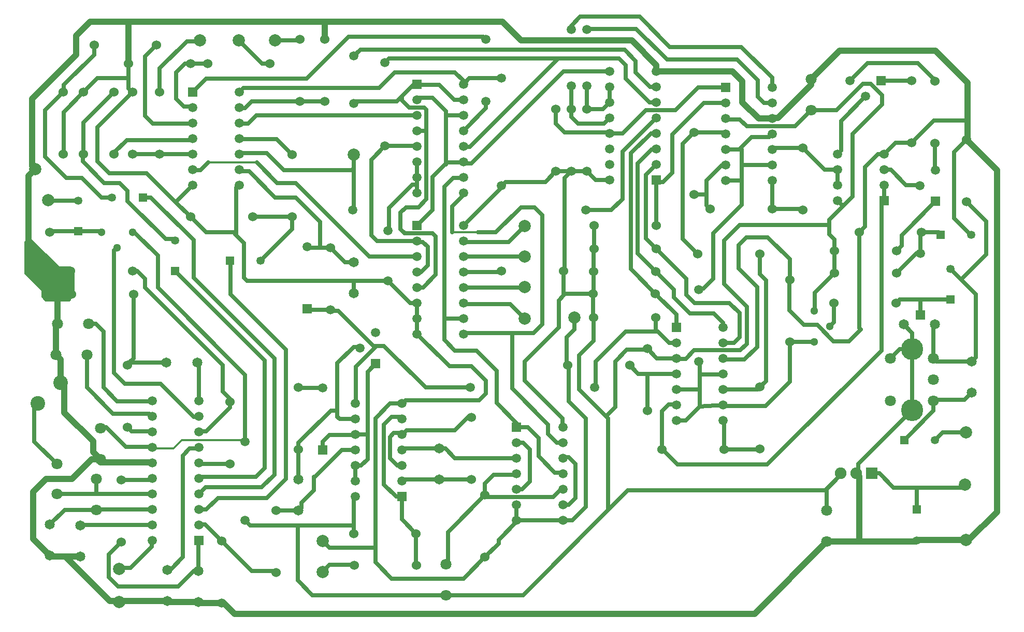
<source format=gbr>
G04 DipTrace 3.3.1.1*
G04 Bottom.gbr*
%MOMM*%
G04 #@! TF.FileFunction,Copper,L2,Bot*
G04 #@! TF.Part,Single*
G04 #@! TA.AperFunction,Conductor*
%ADD13C,0.66*%
%ADD14C,1.0*%
%ADD15C,0.33*%
G04 #@! TA.AperFunction,CopperBalancing*
%ADD16C,0.635*%
G04 #@! TA.AperFunction,ComponentPad*
%ADD22C,2.0*%
%ADD23R,1.35X1.35*%
%ADD24C,1.35*%
%ADD25C,1.8*%
%ADD26C,1.65*%
%ADD27C,2.4*%
%ADD28R,1.5X1.5*%
%ADD29C,1.5*%
%ADD30C,1.8*%
%ADD31C,3.6*%
%ADD32C,1.5*%
%ADD33C,1.3*%
%ADD34C,1.524*%
%ADD35C,1.524*%
%ADD36R,1.9X1.9*%
%ADD37C,1.9*%
%FSLAX35Y35*%
G04*
G71*
G90*
G75*
G01*
G04 Bottom*
%LPD*%
X16673597Y3282180D2*
D13*
X16628837Y3237420D1*
X15803900D1*
X15506410D1*
X15271720Y3472110D1*
X15147307D1*
X15880150Y2880920D2*
Y3237420D1*
X15803900D1*
X1931333Y8693530D2*
X1936627Y8698823D1*
Y9381970D1*
X2264187Y9709530D1*
X2492283Y9937627D1*
X3000250D1*
Y10175750D1*
X3063750Y9709530D2*
X3000250Y9773030D1*
Y9937627D1*
X7711137Y8569523D2*
Y8315523D1*
Y8061523D2*
Y8193427D1*
Y8315523D1*
X7238877Y7445250D2*
X7254750Y7461123D1*
Y7810373D1*
X7637803Y8193427D1*
X7711137D1*
X7715807Y6258860D2*
Y6004860D1*
Y5750860D2*
Y6004860D1*
X7238877Y6619750D2*
X7599767Y6258860D1*
X7715807D1*
X7238877Y6619750D2*
X6699123D1*
X6683250Y6603877D1*
Y6413377D1*
X4805440Y8184637D2*
X4762377Y8141573D1*
Y7365877D1*
X4889377Y7238877D1*
Y6667373D1*
X4937000Y6619750D1*
X6699123D1*
X4012950Y7666380D2*
X4265830Y7413500D1*
X4714753D1*
X4762377Y7365877D1*
X4043440Y8184637D2*
X3769067Y7910263D1*
X4012950Y7666380D1*
X3063750Y9709530D2*
X2492250Y9138030D1*
Y8572377D1*
X2682750Y8381877D1*
X3297453D1*
X3769067Y7910263D1*
X6175250Y2365253D2*
X6286377Y2254127D1*
X7032500D1*
Y4365500D1*
X7277163Y4610163D1*
X7468837D1*
X10286877Y6016500D2*
Y5826000D1*
X10159877Y5699000D1*
Y5222753D1*
X10175750Y5238627D1*
X10191627Y5222750D1*
Y4651250D1*
X10477377Y4365500D1*
Y2920877D1*
X10255260Y2698760D1*
X10102737D1*
X9340737D1*
Y2952760D2*
Y2698760D1*
X8826377Y2095377D2*
X9048627Y2317627D1*
Y2381127D1*
X9340737Y2673237D1*
Y2698760D1*
X7468837Y4610163D2*
X7525800Y4667127D1*
X8731127D1*
X8842250Y4778250D1*
Y4984627D1*
X8604127Y5222750D1*
X8243917D1*
X7715807Y5750860D1*
X8826377Y2095377D2*
X8477127Y1746127D1*
X7302373D1*
X7032500Y2016000D1*
Y2254127D1*
X12713317Y5353723D2*
X12736380Y5330660D1*
X13068157D1*
X13276477Y5538980D1*
Y6519047D1*
X12968730Y6826793D1*
Y7200827D1*
X13101297Y7333393D1*
X13446923D1*
X13806103Y6974213D1*
Y6640650D1*
X13803417Y6637963D1*
Y6138080D1*
X14039103Y5902393D1*
X14253993D1*
X14524337Y5632050D1*
X14773887D1*
X14967980Y5826143D1*
X14942707Y5851417D1*
Y7413500D1*
X15037300Y7508093D1*
Y8481070D1*
X15247003Y8690773D1*
X15349850D1*
X16696593Y8931893D2*
X16494220Y8729520D1*
Y7646753D1*
X16763223Y7377750D1*
X16775750D1*
X15795500Y8878643D2*
X16159777Y9242920D1*
X16669520D1*
X16696593Y9215847D1*
Y8931893D1*
X15349850Y8690773D2*
X15537720Y8878643D1*
X15795500D1*
X14893307Y3472110D2*
X14927793Y3506597D1*
Y3622413D1*
X15805270Y4499890D1*
Y5503330D1*
X15455270Y5353330D2*
X15605270Y5503330D1*
X15805270D1*
X15668500Y5905377D2*
X15805270Y5768607D1*
Y5503330D1*
X11626363Y10050967D2*
D14*
X11628350Y10052953D1*
X12867207D1*
X13033283Y9886877D1*
Y9545503D1*
X13299990Y9278797D1*
X13517847D1*
X13526213Y9287163D1*
X13614547D1*
X14160377Y9832993D1*
Y9921750D1*
X14623730Y10385103D1*
X16188713D1*
X16714617Y9859200D1*
Y8949917D1*
X16696593Y8931893D1*
X17192823Y8435663D1*
Y2834930D1*
X16734140Y2376247D1*
X16687120D1*
X15880150Y2370920D2*
X15885477Y2376247D1*
X16687120D1*
X15880150Y2370920D2*
X15858607Y2349377D1*
X14945020D1*
X14414377D1*
X14893307Y3472110D2*
X14945020Y3420397D1*
Y2349377D1*
X14414377D2*
X13233220Y1168220D1*
X4736240D1*
X4555207Y1349253D1*
X4524250D1*
X4143250Y1365127D2*
X4159123Y1349253D1*
X4524250D1*
X3635250Y1381000D2*
X3651123Y1365127D1*
X4143250D1*
X2841500D2*
X2857373Y1381000D1*
X3635250D1*
X2841500Y1365127D2*
X2828890Y1377737D1*
X2696693D1*
X1963180Y2111250D1*
X2206500D1*
X1714377Y2127127D2*
X1730253Y2111250D1*
X2206500D1*
X1714377Y2127127D2*
X1442117Y2399387D1*
Y3164443D1*
X1653413Y3375740D1*
X2072093D1*
X2395103Y3698750D1*
X2539877D1*
X3385887Y3636133D2*
X3369680Y3652340D1*
X2539877D1*
Y3698750D1*
X2419237Y3819390D1*
Y3996073D1*
X1950510Y4464800D1*
Y4891363D1*
X1889000Y4952873D1*
X1809627Y5413250D2*
X1889000Y5333877D1*
Y4952873D1*
X1841377Y5921250D2*
X1809627Y5889500D1*
Y5413250D1*
X1841377Y5921250D2*
Y6397500D1*
X2063627D1*
X1714377D2*
X2063627D1*
X2047750Y6778500D2*
X2063627Y6762623D1*
Y6397500D1*
X2047750Y6778500D2*
X2023033Y6803217D1*
X1846350D1*
X1367210Y7282357D1*
Y8336337D1*
X1476250Y8445377D1*
X1419290Y8502337D1*
Y9599943D1*
X2143210Y10323863D1*
Y10635003D1*
X2370593Y10862387D1*
X3000250D1*
X6203273D1*
Y10572330D1*
Y10862387D2*
X9108367D1*
X9414927Y10555827D1*
X11224160D1*
X11626363Y10153623D1*
Y10050967D1*
X3000250Y10175750D2*
Y10862387D1*
X2539877Y4206750D2*
D13*
X2555753Y4222627D1*
X2635127D1*
X2952627Y3905127D1*
X3370890D1*
X3385887Y3890130D1*
X6706837Y3086163D2*
X6681667Y3060993D1*
Y2619250D1*
Y2481620D1*
X4905250Y2698627D2*
X4984627Y2619250D1*
X5762500D1*
X6681667D1*
X8191377Y1476250D2*
X6000627D1*
X5762500Y1714377D1*
Y2619250D1*
X8191377Y1476250D2*
X9445500D1*
X10837673Y2868423D1*
X11160000Y3190750D1*
X14382623D1*
X14639307Y3447433D1*
Y3472110D1*
X14414377Y2857377D2*
Y3210800D1*
X14639307Y3447433D1*
X4905250Y3984500D2*
Y5079877D1*
X3476500Y6508627D1*
Y7032500D1*
X3089413Y7419587D1*
X3066233D1*
X3385887Y3890130D2*
D15*
X3402640Y3873377D1*
X3730503D1*
X3873377Y4016250D1*
X4873500D1*
X4905250Y3984500D1*
X4805440Y9708637D2*
D13*
X4875680Y9778877D1*
X7096000D1*
X7350000Y10032877D1*
X8334250D1*
X8473137Y9893990D1*
Y9839523D1*
X9096250Y9937627D2*
X8571240D1*
X8473137Y9839523D1*
X8477807Y7528860D2*
X9096250Y8147303D1*
Y8175503D1*
X9159747Y8239000D1*
X9810327D1*
X9983197Y8411870D1*
X9984093Y8412767D1*
X10232737D1*
X10489730Y8412630D2*
X10489593Y8412767D1*
X10232737D1*
X10489730Y8412630D2*
X10631610Y8270750D1*
X10862147D1*
X10864363Y8272967D1*
X10605443Y7524263D2*
X10609407Y7520300D1*
Y7147667D1*
X10598230Y7136490D1*
Y6775267D1*
X10595637Y6411663D2*
X10598230Y6414257D1*
Y6775267D1*
X10600400Y6017410D2*
X10595637Y6022173D1*
Y6411663D1*
X10112250Y6778500D2*
Y6411663D1*
X10595637D1*
X10112250Y6778500D2*
X10128127Y6794377D1*
Y8308157D1*
X10232737Y8412767D1*
X10102737Y4222760D2*
X10096377Y4229120D1*
Y4365500D1*
X9477250Y4984627D1*
Y5302123D1*
X10032877Y5857750D1*
Y6300977D1*
X10112250Y6380350D1*
Y6411663D1*
X10600400Y6017410D2*
X10604377Y6013433D1*
Y5635503D1*
X10366250Y5397377D1*
Y4841750D1*
X10801687Y4406313D1*
X10837673Y4370327D1*
Y2868423D1*
X11477500Y5508500D2*
X11461627Y5492627D1*
X11144127D1*
X10953627Y5302127D1*
Y4558253D1*
X10801687Y4406313D1*
X11477500Y5508500D2*
X11632277Y5353723D1*
X11951317D1*
X14204383Y6132690D2*
X14217817Y6146123D1*
Y6423190D1*
X14541377Y6746750D1*
Y7111877D2*
Y6746750D1*
X14160377Y9413750D2*
X14162193Y9415567D1*
X14572463D1*
X15007283Y9850387D1*
X15127017D1*
X15316070Y9661333D1*
Y9510093D1*
X14830833Y9024857D1*
Y7997670D1*
X14697157Y7863993D1*
X14452837Y7619673D1*
Y7537490D1*
Y7386293D1*
X14541377Y7297753D1*
Y7111877D1*
X14587850Y7928773D2*
X14652630Y7863993D1*
X14697157D1*
X12755847Y9278797D2*
X12770007Y9264637D1*
X12990173D1*
X13104750Y9150060D1*
X13896687D1*
X14160377Y9413750D1*
X11951317Y5353723D2*
X11960157Y5344883D1*
X12106880D1*
X12245050Y5483053D1*
X12997643D1*
X13106417Y5591827D1*
Y6200367D1*
X12733060Y6573723D1*
Y7282220D1*
X12988330Y7537490D1*
X14452837D1*
X16176500Y4016250D2*
X16303500Y4143250D1*
X16684500D1*
X4659250Y6953127D2*
X4667127Y6945250D1*
Y6397500D1*
X5572000Y5492627D1*
Y3381250D1*
X5254500Y3063750D1*
X4460750D1*
X4271130Y2874130D1*
X4147887D1*
X16155270Y4653330D2*
X16177307Y4675367D1*
X16660990D1*
X16779750Y4794127D1*
X15676500Y4016250D2*
X16155270Y4495020D1*
Y4653330D1*
Y5353330D2*
X16206473Y5302127D1*
X16779750D1*
X16696593Y7915893D2*
X17015400Y7597087D1*
Y7050543D1*
X16622410Y6657553D1*
X16591073D1*
X16430500Y6818127D1*
X16779750Y5302127D2*
X16846960Y5369337D1*
Y6401667D1*
X16591073Y6657553D1*
X16176500Y5905377D2*
X16155270Y5884147D1*
Y5353330D1*
X5921283Y6166310D2*
X5944093Y6143500D1*
X6302250D1*
X6318123Y6127627D1*
X6429250D1*
X7000750Y5556127D1*
X7052370D1*
X7175373D1*
X7858000Y4873500D1*
X8588250D1*
X6706837Y4610163D2*
X6715000Y4618327D1*
Y5218757D1*
X7052370Y5556127D1*
X10620250Y4873500D2*
X10636127Y4889377D1*
Y5302127D1*
X11128250Y5794250D1*
X11616400D1*
X11652127D1*
X11838653Y5607723D1*
X11951317D1*
X11616400Y6017410D2*
Y5794250D1*
X15541500Y6254627D2*
X15605000Y6318127D1*
X15939373D1*
X16430500D1*
X15939373Y6057627D2*
Y6318127D1*
X15557377Y6746750D2*
X15878253Y7067627D1*
X15939373D1*
X15958707Y7413500D2*
X15939373Y7394167D1*
Y7067627D1*
X16275750Y7377750D2*
X16240000Y7413500D1*
X15958707D1*
X14525500Y6254627D2*
Y5946207D1*
X14457983Y5878690D1*
X12318877Y5302127D2*
X12334510Y5286493D1*
Y5090463D1*
Y4845723D1*
Y4564923D1*
X12107310Y4337723D1*
X11951317D1*
Y4845723D2*
X12334510D1*
X12713317Y5099723D2*
X12704057Y5090463D1*
X12334510D1*
X12713317Y4591723D2*
X12334510Y4564923D1*
X12713317Y4591723D2*
X12730647Y4574393D1*
X13409263D1*
X13806103Y4971233D1*
Y5624650D1*
X12318877Y6476877D2*
X12335413Y6493413D1*
X12397643D1*
X12558053Y6653823D1*
Y7398573D1*
X13022093Y7862613D1*
Y8265057D1*
Y8516797D1*
Y8770797D1*
X12978703D1*
X12755847D1*
Y8262797D2*
X12758107Y8265057D1*
X13022093D1*
X13517847Y9024797D2*
X13469273Y8976223D1*
X13184130D1*
X12978703Y8770797D1*
X13517847Y8516797D2*
X13022093D1*
X13806103Y5624650D2*
Y5624690D1*
X14204383D1*
X11191750Y5238627D2*
X11330653Y5099723D1*
X11477500D1*
X11951317D1*
X11477500Y4492500D2*
Y5099723D1*
X15557377Y7111877D2*
X15638170Y7192670D1*
Y7367293D1*
X16192377Y7921500D1*
Y8429500D2*
X16176500Y8445377D1*
Y8874000D1*
X14795377Y9894583D2*
X15082527Y10181733D1*
X15902430D1*
X16176500Y9907663D1*
Y9890000D1*
X15938377Y8175500D2*
X15922767Y8191110D1*
X15709977D1*
X15464313Y8436773D1*
X15349850D1*
Y8182773D2*
Y7928773D1*
X15304017Y7882940D1*
Y5478550D1*
X13440287Y3614820D1*
X11973287D1*
X11730607Y3857500D1*
X11715627D1*
X11951317Y4591723D2*
X11950223Y4592817D1*
X11825667D1*
X11715627Y4482777D1*
Y3857500D1*
X15795500Y9894643D2*
Y9894583D1*
X15303377D1*
X15049377Y9640583D2*
X14649093Y9240300D1*
Y8752017D1*
X14587850Y8690773D1*
X12713317Y4337723D2*
X12731627Y4319413D1*
Y3857500D1*
X13318517Y3865360D2*
X13310657Y3857500D1*
X12731627D1*
X12713317Y4845723D2*
X12714777Y4844263D1*
X13281420D1*
X13318517Y4881360D1*
X13418733Y4981577D1*
Y6629207D1*
X13319000Y6728940D1*
Y7064250D1*
X12755847Y9024797D2*
X12732017Y9048627D1*
X12239500D1*
X12058600Y8867727D1*
Y7308650D1*
X12303000Y7064250D1*
X12755847Y8516797D2*
X12744997Y8505947D1*
X12688777D1*
X12449310Y8266480D1*
Y8032627D1*
Y7854567D1*
X12509377Y7794500D1*
X12239500Y8032627D2*
X12449310D1*
X13517847Y8262797D2*
X13525377Y8255267D1*
Y7794500D1*
X14017500Y7778627D2*
X14001627Y7794500D1*
X13525377D1*
X13517847Y8770797D2*
X13541677Y8794627D1*
X14017500D1*
X14375353Y8436773D1*
X14587850D1*
Y8182773D1*
X11611637Y6411663D2*
X11951317Y6071983D1*
Y5861723D1*
X11611637Y6411663D2*
X11210880Y6812420D1*
Y8708350D1*
X11537497Y9034967D1*
X11626363D1*
Y8780967D2*
X11620210Y8774813D1*
X11551667D1*
X11316783Y8539930D1*
Y7072713D1*
X11614230Y6775267D1*
X11913660Y6475837D1*
Y6350747D1*
X12178333Y6086073D1*
X12562740D1*
X12713317Y5935497D1*
Y5861723D1*
X11626363Y8526967D2*
X11454277Y8354880D1*
Y7318797D1*
X11625407Y7147667D1*
X12119840Y6653233D1*
Y6390337D1*
X12253953Y6256223D1*
X12821110D1*
X12984957Y6092377D1*
Y5701667D1*
X12891013Y5607723D1*
X12713317D1*
X11626363Y8272967D2*
X11621443Y8268047D1*
Y7524263D1*
X11626363Y8272967D2*
X11664360Y8234970D1*
X11737210D1*
X11888453Y8386213D1*
Y9016390D1*
X12404860Y9532797D1*
X12755847D1*
X10864363Y9034967D2*
X10850703Y9048627D1*
X10128123D1*
X9983197Y9193553D1*
Y9427870D1*
X10864363Y9034967D2*
X10866207Y9036810D1*
X11072900D1*
X11452403Y9416313D1*
X11938807D1*
X12309290Y9786797D1*
X12755847D1*
X10232737Y9428767D2*
X10239250Y9422253D1*
Y9302627D1*
X10350377Y9191500D1*
X10766897D1*
X10864363Y9288967D1*
X10232347Y9810627D2*
X10232737Y9810237D1*
Y9428767D1*
X13517847Y9786797D2*
Y9947253D1*
X13013603Y10451497D1*
X11842110D1*
X11349940Y10943667D1*
X10379473D1*
X10232347Y10796540D1*
Y10731377D1*
X10489730Y9810627D2*
Y9428630D1*
X10864363Y9542967D2*
X10750027Y9428630D1*
X10489730D1*
X10864363Y9796967D2*
Y9542967D1*
X10489730Y10731377D2*
X10500103Y10741750D1*
X11298750D1*
X11798560Y10241940D1*
X12946773D1*
X13284480Y9904233D1*
Y9634067D1*
X13385750Y9532797D1*
X13517847D1*
X6683250Y10302750D2*
X6787720Y10407220D1*
X11105250D1*
X11289777Y10222693D1*
Y10028937D1*
X11521747Y9796967D1*
X11626363D1*
X7711137Y9839523D2*
X7724160Y9826500D1*
X8080250D1*
X8321227Y9585523D1*
X8473137D1*
X6683250Y9524877D2*
X6715000Y9556627D1*
X7381753D1*
X7470563Y9645437D1*
X7664650Y9839523D1*
X7711137D1*
X7470563Y9645437D2*
Y9572553D1*
X7584393Y9458723D1*
X7829840D1*
X7868967Y9419597D1*
Y9077523D1*
Y7957593D1*
X7737547Y7826173D1*
X7534783D1*
X7445663Y7737053D1*
Y7463150D1*
X7491907Y7416907D1*
X7499020D1*
X7513250Y7402677D1*
X7965013D1*
X8021927Y7345763D1*
Y6719700D1*
X7815087Y6512860D1*
X7715807D1*
X7711137Y9077523D2*
X7868967D1*
X7715807Y7528860D2*
X7969127Y7782180D1*
Y8318377D1*
X8207250Y8556500D1*
X8460113D1*
X8473137Y8569523D1*
X7711137Y9585523D2*
X7745740Y9620127D1*
X7969127D1*
X8191377Y9397877D1*
Y9331523D1*
Y8522083D1*
X8207250Y8556500D1*
X8473137Y8569523D2*
X8499727Y8542933D1*
X8600980D1*
X10109013Y10050967D1*
X10864363D1*
X8473137Y9331523D2*
X8191377D1*
X7711137Y8823523D2*
X7708283Y8826377D1*
X7191250D1*
X6968997Y8604123D1*
Y7365873D1*
X7060010Y7274860D1*
X7715807D1*
X7735917Y7254750D1*
X7810377D1*
X7889750Y7175377D1*
Y6873750D1*
X7782860Y6766860D1*
X7715807D1*
X8473137Y8823523D2*
X8486160Y8810500D1*
X8573303D1*
X10021847Y10259043D1*
X11018297D1*
X11129013Y10148327D1*
Y9926893D1*
X11512940Y9542967D1*
X11626363D1*
X7191250Y10191627D2*
X7258667Y10259043D1*
X10021847D1*
X8473137Y8315523D2*
X8460113Y8302500D1*
X8302500D1*
X8159627Y8159627D1*
Y6004860D1*
Y5651373D1*
X8334250Y5476750D1*
X8683503D1*
X9016877Y5143377D1*
Y4619500D1*
X9340737Y4295640D1*
Y4222760D1*
X10102737Y3460760D2*
X10086997Y3476500D1*
X9969377D1*
X9699500Y3746377D1*
Y4048000D1*
X9524740Y4222760D1*
X9340737D1*
X8477807Y6004860D2*
X8159627D1*
X8477807Y5750860D2*
X8489447Y5762500D1*
X9270877D1*
X9620123D1*
X9763000Y5905377D1*
Y7699250D1*
X9636000Y7826250D1*
X9413750D1*
X9001000Y7413500D1*
X8711253D1*
D15*
X8286627D1*
D13*
Y7842127D1*
X8473137Y8028637D1*
Y8061523D1*
X10102737Y3968760D2*
X10000990D1*
X9858250Y4111500D1*
Y4270253D1*
X9270877Y4857627D1*
Y5762500D1*
X9476357Y6521510D2*
X9467707Y6512860D1*
X8477807D1*
Y6258860D2*
X8497917Y6238750D1*
X9238747D1*
X9476357Y6001140D1*
Y7520723D2*
X9210383Y7254750D1*
X8497917D1*
X8477807Y7274860D1*
Y7020860D2*
X8479973Y7018693D1*
X9476357D1*
X9096250Y6778500D2*
X9084610Y6766860D1*
X8477807D1*
X6785470Y5521707D2*
X6766927Y5540250D1*
X6683250D1*
X6413377Y5270377D1*
Y4498880D1*
Y4397250D1*
X6454463Y4356163D1*
X6706837D1*
X5778377Y3857500D2*
Y3968627D1*
X6308630Y4498880D1*
X6413377D1*
X5778377Y3857500D2*
Y3365377D1*
Y4873500D2*
X5786343Y4865533D1*
X6175677D1*
X6706837Y4102163D2*
X6700300Y4095627D1*
X6286377D1*
X6175677Y3984927D1*
Y3855533D1*
X7039470Y5267707D2*
X6905500Y5133737D1*
Y4102163D1*
Y3698750D1*
X6800913Y3594163D1*
X6706837D1*
Y3340163D2*
Y3594163D1*
Y4102163D2*
X6905500D1*
X5411823Y2865340D2*
X5419787Y2857377D1*
X5778377D1*
X5826000Y2905000D1*
Y2984373D1*
X6032377Y3190750D1*
Y3413000D1*
X6048250D1*
X6483413Y3848163D1*
X6706837D1*
X5921283Y7176310D2*
X5938093Y7159500D1*
X6127627D1*
X6302250D1*
X6540373Y6921377D1*
X6683250D1*
X4805440Y8438637D2*
X4830450Y8413627D1*
X4968750D1*
X5397377Y7985000D1*
X5730753D1*
X6127627Y7588127D1*
Y7159500D1*
X4805440Y8692637D2*
X4828053Y8715250D1*
X5254500D1*
X5540250Y8429500D1*
X6643793D1*
X6667377Y8453083D1*
X6683250Y8468957D1*
Y8683500D1*
X6667377Y7778627D2*
X6683250D1*
Y8453083D1*
X6667377D1*
X11626363Y9288967D2*
X11074383Y8736987D1*
Y7959557D1*
X10891823Y7776997D1*
X10474290D1*
X10469457Y7781830D1*
X7702597Y1963723D2*
X7697667Y1968653D1*
Y2481620D1*
X7464787Y2714500D1*
Y3082113D1*
X7468837Y3086163D1*
Y4356163D2*
X7427750Y4397250D1*
X7302377D1*
X7175377Y4270250D1*
Y3286000D1*
X7375213Y3086163D1*
X7468837D1*
X6175250Y1857250D2*
X6286377Y1968377D1*
X6681943D1*
X6686597Y1963723D1*
X7468837Y3340163D2*
X7494050Y3365377D1*
X8080250D1*
X8604127D2*
X8080250D1*
X7468837Y4102163D2*
X7541673Y4175000D1*
X8334250D1*
X8540627Y4381377D1*
X8604127D1*
X7468837Y4102163D2*
X7443623Y4127377D1*
X7334127D1*
X7270627Y4063877D1*
Y3714623D1*
X7391087Y3594163D1*
X7468837D1*
Y3848163D2*
X7494050Y3873377D1*
X8080250D1*
X8175497D1*
X8334113Y3714760D1*
X9340737D1*
Y3968760D2*
X9340870Y3968627D1*
X9445500D1*
X9556627Y3857500D1*
Y3333627D1*
X9429760Y3206760D1*
X9340737D1*
X10102737Y3714760D2*
X10118477Y3730500D1*
X10191627D1*
X10302750Y3619377D1*
Y3063750D1*
X10191760Y2952760D1*
X10102737D1*
X8191377Y1984250D2*
X8223127Y2016000D1*
Y2508127D1*
X8826377Y3111377D1*
X9340737Y3460760D2*
X9324727Y3444750D1*
X8969250D1*
X8826377Y3301877D1*
Y3111377D1*
X10102737Y3206760D2*
X10086727Y3190750D1*
X10048750D1*
X9937627Y3079627D1*
X8826377D1*
Y3111377D1*
X3508250Y9709530D2*
Y10096377D1*
X3952750Y10540877D1*
X4144843D1*
X4161677Y10557710D1*
X4798520D2*
X5178360Y10177870D1*
X5306017D1*
X5799977Y10572330D2*
X5785357Y10557710D1*
X5395943D1*
X4805440Y9454637D2*
X4814577Y9445500D1*
X4905250D1*
X5016080Y9556330D1*
X5799977D1*
X6203273D1*
X4290017Y10177870D2*
X4287897Y10175750D1*
X4016250D1*
X3921000D1*
X3778127Y10032877D1*
Y9604247D1*
X3905123Y9477250D1*
X4020827D1*
X4043440Y9454637D1*
Y8692637D2*
X4042547Y8693530D1*
X3508250D1*
X3063750D2*
X3508250D1*
X4043440Y8946637D2*
X4018430Y8921627D1*
X2968500D1*
X2762967Y8716093D1*
Y8693530D1*
X4043440Y9200637D2*
X4034303Y9191500D1*
X3397127D1*
X3270127Y9318500D1*
Y10298257D1*
X3450483Y10478613D1*
X4805440Y8946637D2*
X4814577Y8937500D1*
X5417363D1*
X5670500Y8684363D1*
X2877650Y2342737D2*
X2677913Y2143000D1*
Y1773040D1*
X2831827Y1619127D1*
X3809877D1*
X4063877Y1873127D1*
X4143250D1*
X4147887Y2366130D2*
X4143250Y2361493D1*
Y1873127D1*
X3385887Y3382133D2*
X3362490Y3358737D1*
X2877650D1*
X4147887Y2620130D2*
X4162883Y2635127D1*
X4254377D1*
X4524250Y2365253D1*
X5016377Y1873127D1*
X5388037D1*
X5411823Y1849340D1*
X4147887Y3128130D2*
X4258133Y3238377D1*
X5175127D1*
X5381500Y3444750D1*
Y5349753D1*
X4063877Y6667377D1*
Y7286500D1*
X3365377Y7985000D1*
X3230377D1*
X5028950Y7666380D2*
X5030933Y7668363D1*
X5670500D1*
X5159250Y6953127D2*
X5670500Y7464377D1*
Y7668363D1*
X4147887Y3382133D2*
X4178753Y3413000D1*
X5079873D1*
X5222750Y3555877D1*
Y5318000D1*
X3762250Y6778500D1*
X2730377Y7985000D2*
X2555750D1*
X2238250Y8302500D1*
X1984250D1*
X1635000Y8651750D1*
Y9413197D1*
X1931333Y9709530D1*
X1936627Y9714823D1*
Y9826503D1*
X2434483Y10324360D1*
Y10478613D1*
X3762250Y7278500D2*
X3738373Y7302377D1*
X3603500D1*
X2984377Y7921500D1*
Y8096127D1*
X2857377Y8223127D1*
X2603377D1*
X2254127Y8572377D1*
Y8683470D1*
X2264187Y8693530D1*
X2762967Y9709530D2*
X2260810Y9207373D1*
Y8696907D1*
X2264187Y8693530D1*
X4147887Y3636133D2*
X4157103Y3626917D1*
X4658937D1*
X4147887Y4144133D2*
X4162880Y4159127D1*
X4270250D1*
X4658937Y4547813D1*
Y4642917D1*
X3063750Y6778500D2*
X3143127D1*
X3270127Y6651500D1*
Y6508627D1*
X4540127Y5238627D1*
Y4810000D1*
X4658937Y4691190D1*
Y4642917D1*
X4147887Y3890130D2*
X4131133Y3873377D1*
X4000377D1*
X3889250Y3762250D1*
Y2095373D1*
X3682877Y1889000D1*
X3635250D1*
X4147887Y4398133D2*
X4147003Y4397250D1*
X4063877D1*
X3524127Y4937000D1*
X2936753D1*
X2762127Y5111627D1*
Y7115880D1*
X2812233Y7165987D1*
X2558233Y7419587D2*
X2548443Y7429377D1*
X2174750D1*
X1714377Y7413500D2*
X1730253Y7429377D1*
X2174750D1*
X1682627Y7937377D2*
X1690627Y7929377D1*
X2174750D1*
X4127377Y5286250D2*
X4147887Y5265740D1*
Y4652130D1*
X3079627Y6397500D2*
Y5349753D1*
X2984377Y5254503D1*
Y5238627D1*
X3619377Y5286250D2*
X3016127D1*
X2968503Y5238627D1*
X2984377D1*
X3385887Y4144133D2*
X3370893Y4159127D1*
X3047877D1*
X2984377Y4222627D1*
X3385887Y4652130D2*
X3385007Y4651250D1*
X2809750D1*
X2587500Y4873500D1*
Y5794250D1*
X2460500Y5921250D1*
X2349377D1*
X2317627Y5413250D2*
Y4873500D1*
X2746250Y4444877D1*
X3339143D1*
X3385887Y4398133D1*
Y2366133D2*
X3381250Y2361497D1*
Y2270000D1*
X3032000Y1920750D1*
X2857373D1*
X2841500Y1904877D1*
X2206500Y2619250D2*
X2207383Y2620133D1*
X3385887D1*
X2476377Y2873250D2*
X2477260Y2874133D1*
X3385887D1*
X1714377Y2635127D2*
X1952500Y2873250D1*
X2476377D1*
X1825937Y3131263D2*
X2476377Y3128130D1*
X3385887D1*
X2476377Y3381250D2*
Y3128130D1*
X1519933Y4615547D2*
X1460377Y4555990D1*
Y3984500D1*
X1825500Y3619377D1*
X4805440Y9200637D2*
X4814577Y9191500D1*
X4952873D1*
X5092897Y9331523D1*
X7711137D1*
X8473137Y9077523D2*
X8842250Y9446637D1*
Y9556627D1*
X4043440Y9708637D2*
X4266053Y9931250D1*
X5908917D1*
X6597840Y10620173D1*
X8794703D1*
X8842250Y10572627D1*
X4043440Y8438637D2*
X4052577Y8429500D1*
X4175000D1*
X4302000Y8556500D1*
D15*
X5095753D1*
D13*
X5429127Y8223127D1*
X5730750D1*
X6933017Y7020860D1*
X7715807D1*
X1334770Y7211293D2*
D16*
X1358440D1*
X1334770Y7148127D2*
X1417863D1*
X1334770Y7084960D2*
X1477380D1*
X1334677Y7021793D2*
X1536807D1*
X1334677Y6958627D2*
X1596237D1*
X1334587Y6895460D2*
X1655663D1*
X1334587Y6832293D2*
X1715180D1*
X1334587Y6769127D2*
X1774607D1*
X1371773Y6705960D2*
X2012497D1*
X1434663Y6642793D2*
X2013410D1*
X1497553Y6579627D2*
X2014320D1*
X1560353Y6516460D2*
X2015233D1*
X1618140Y6453293D2*
X2016143D1*
X1618140Y6390127D2*
X2017057D1*
X1653050Y6326960D2*
X2017967D1*
X1328460Y7249807D2*
X1328197Y6743397D1*
X1605710Y6464003D1*
X1609357Y6457490D1*
X1611383Y6450307D1*
X1611773Y6422007D1*
Y6368020D1*
X1655160Y6317040D1*
X2024563Y6317017D1*
X2018267Y6748420D1*
X1805327Y6752077D1*
X1798207Y6754317D1*
X1791810Y6758160D1*
X1772127Y6778500D1*
X1328410Y7249940D1*
D22*
X16673597Y3282180D3*
X4161677Y10557710D3*
X9476357Y7520723D3*
Y7018693D3*
D23*
X15880150Y2880920D3*
D24*
Y2370920D3*
D25*
X14414377Y2349377D3*
Y2857377D3*
D23*
X15676500Y4016250D3*
D24*
X16176500D3*
D26*
X16779750Y5302127D3*
Y4794127D3*
X15668500Y5905377D3*
X16176500D3*
D23*
X16430500Y6318127D3*
D24*
Y6818127D3*
D23*
X16275750Y7377750D3*
D24*
X16775750D3*
D25*
X2539877Y3698750D3*
Y4206750D3*
D26*
X5778377Y3365377D3*
Y2857377D3*
X6683250Y6413377D3*
Y6921377D3*
X8080250Y3365377D3*
Y3873377D3*
D25*
X8191377Y1476250D3*
Y1984250D3*
D26*
X4143250Y1365127D3*
Y1873127D3*
D23*
X4659250Y6953127D3*
D24*
X5159250D3*
D23*
X3230377Y7985000D3*
D24*
X2730377D3*
D23*
X3762250Y6778500D3*
D24*
Y7278500D3*
D26*
X3635250Y1381000D3*
Y1889000D3*
D23*
X2174750Y7429377D3*
D24*
Y7929377D3*
D26*
X4127377Y5286250D3*
X3619377D3*
D25*
X2317627Y5413250D3*
X1809627D3*
X2349377Y5921250D3*
X1841377D3*
X14160377Y9413750D3*
Y9921750D3*
D26*
X2206500Y2619250D3*
Y2111250D3*
X1714377Y2635127D3*
Y2127127D3*
D25*
X2476377Y3381250D3*
Y2873250D3*
D27*
X1889000Y4952873D3*
X1519933Y4615547D3*
D28*
X15939373Y6057627D3*
D29*
Y7067627D3*
D28*
X6175677Y3855533D3*
D29*
Y4865533D3*
D28*
X5921283Y6166310D3*
D29*
Y7176310D3*
D30*
X16155270Y4653330D3*
Y5003330D3*
Y5353330D3*
X15455270Y4653330D3*
Y5353330D3*
D31*
X15805270Y4499890D3*
Y5503330D3*
D22*
X4798520Y10557710D3*
X16687120Y2376247D3*
X1476250Y8445377D3*
X2841500Y1365127D3*
X6175250Y2365253D3*
X10286877Y6016500D3*
X9476357Y6521510D3*
D28*
X16192377Y7921500D3*
D29*
X15938377Y8175500D3*
X16192377Y8429500D3*
D22*
X6683250Y8683500D3*
X16684500Y4143250D3*
D28*
X15303377Y9894583D3*
D29*
X15049377Y9640583D3*
X14795377Y9894583D3*
D22*
X1682627Y7937377D3*
D32*
X6683250Y10302750D3*
Y9524877D3*
X7191250Y10191627D3*
Y8826377D3*
X8842250Y10572627D3*
Y9556627D3*
X9096250Y9937627D3*
Y8175503D3*
X10232347Y10731377D3*
Y9810627D3*
X10489730Y10731377D3*
Y9810627D3*
X7238877Y7445250D3*
Y6619750D3*
X4905250Y3984500D3*
Y2698627D3*
X12318877Y6476877D3*
Y5302127D3*
X6667377Y7778627D3*
X10469457Y7781830D3*
X8588250Y4873500D3*
X10620250D3*
D22*
X2841500Y1904877D3*
X6175250Y1857250D3*
D33*
X14204383Y6132690D3*
Y5624690D3*
X14457983Y5878690D3*
X3066233Y7419587D3*
X2558233D3*
X2812233Y7165987D3*
D22*
X5395943Y10557710D3*
D34*
X16696593Y7915893D3*
D35*
Y8931893D3*
D34*
X15958707Y7413500D3*
D35*
X14942707D3*
D34*
X14541377Y6746750D3*
D35*
X15557377D3*
D34*
X14525500Y6254627D3*
D35*
X15541500D3*
D34*
X13806103Y5624650D3*
D35*
Y6640650D3*
D34*
X11477500Y5508500D3*
D35*
Y4492500D3*
D34*
X11191750Y5238627D3*
D35*
X10175750D3*
D34*
X10600400Y6017410D3*
D35*
X11616400D3*
D34*
X14541377Y7111877D3*
D35*
X15557377D3*
D34*
X16176500Y8874000D3*
D35*
Y9890000D3*
D34*
X15795500Y9894643D3*
D35*
Y8878643D3*
D34*
X11715627Y3857500D3*
D35*
X12731627D3*
D34*
X13318517Y3865360D3*
D35*
Y4881360D3*
D34*
X13319000Y7064250D3*
D35*
X12303000D3*
D34*
X12239500Y9048627D3*
D35*
Y8032627D3*
D34*
X12509377Y7794500D3*
D35*
X13525377D3*
D34*
X14017500Y7778627D3*
D35*
Y8794627D3*
D34*
X10595637Y6411663D3*
D35*
X11611637D3*
D34*
X10598230Y6775267D3*
D35*
X11614230D3*
D34*
X10609407Y7147667D3*
D35*
X11625407D3*
D34*
X10605443Y7524263D3*
D35*
X11621443D3*
D34*
X9983197Y8411870D3*
D35*
Y9427870D3*
D34*
X10232737Y8412767D3*
D35*
Y9428767D3*
D34*
X10489730Y8412630D3*
D35*
Y9428630D3*
D34*
X10112250Y6778500D3*
D35*
X9096250D3*
D34*
X5778377Y4873500D3*
D35*
Y3857500D3*
D34*
X6302250Y7159500D3*
D35*
Y6143500D3*
D34*
X7697667Y2481620D3*
D35*
X6681667D3*
D34*
X7702597Y1963723D3*
D35*
X6686597D3*
D34*
X8604127Y4381377D3*
D35*
Y3365377D3*
D34*
X8826377Y2095377D3*
D35*
Y3111377D3*
D34*
X3508250Y9709530D3*
D35*
Y8693530D3*
D34*
X5306017Y10177870D3*
D35*
X4290017D3*
D34*
X5799977Y10572330D3*
D35*
Y9556330D3*
D34*
X6203273Y10572330D3*
D35*
Y9556330D3*
D34*
X3000250Y10175750D3*
D35*
X4016250D3*
D34*
X3063750Y9709530D3*
D35*
Y8693530D3*
D34*
X5670500Y7668363D3*
D35*
Y8684363D3*
D34*
X2434483Y10478613D3*
D35*
X3450483D3*
D34*
X2762967Y9709530D3*
D35*
Y8693530D3*
D34*
X2877650Y3358737D3*
D35*
Y2342737D3*
D34*
X4524250Y1349253D3*
D35*
Y2365253D3*
D34*
X5411823Y2865340D3*
D35*
Y1849340D3*
D34*
X4658937Y3626917D3*
D35*
Y4642917D3*
D34*
X3063750Y6778500D3*
D35*
X2047750D3*
D34*
X1714377Y7413500D3*
D35*
Y6397500D3*
D34*
X3079627D3*
D35*
X2063627D3*
D34*
X2984377Y4222627D3*
D35*
Y5238627D3*
D34*
X5028950Y7666380D3*
D35*
X4012950D3*
D34*
X1931333Y9709530D3*
D35*
Y8693530D3*
D34*
X2264187D3*
D35*
Y9709530D3*
D22*
X9476357Y6001140D3*
D28*
X7039470Y5267707D3*
D29*
X6785470Y5521707D3*
X7039470Y5775707D3*
D28*
X11951317Y5861723D3*
D29*
Y5607723D3*
Y5353723D3*
Y5099723D3*
Y4845723D3*
Y4591723D3*
Y4337723D3*
X12713317D3*
Y4591723D3*
Y4845723D3*
Y5099723D3*
Y5353723D3*
Y5607723D3*
Y5861723D3*
D28*
X12755847Y9786797D3*
D29*
Y9532797D3*
Y9278797D3*
Y9024797D3*
Y8770797D3*
Y8516797D3*
Y8262797D3*
X13517847D3*
Y8516797D3*
Y8770797D3*
Y9024797D3*
Y9278797D3*
Y9532797D3*
Y9786797D3*
D28*
X15349850Y7928773D3*
D29*
Y8182773D3*
Y8436773D3*
Y8690773D3*
X14587850D3*
Y8436773D3*
Y8182773D3*
Y7928773D3*
D28*
X7468837Y3086163D3*
D29*
Y3340163D3*
Y3594163D3*
Y3848163D3*
Y4102163D3*
Y4356163D3*
Y4610163D3*
X6706837D3*
Y4356163D3*
Y4102163D3*
Y3848163D3*
Y3594163D3*
Y3340163D3*
Y3086163D3*
D28*
X11626363Y8272967D3*
D29*
Y8526967D3*
Y8780967D3*
Y9034967D3*
Y9288967D3*
Y9542967D3*
Y9796967D3*
Y10050967D3*
X10864363D3*
Y9796967D3*
Y9542967D3*
Y9288967D3*
Y9034967D3*
Y8780967D3*
Y8526967D3*
Y8272967D3*
D28*
X7711137Y9839523D3*
D29*
Y9585523D3*
Y9331523D3*
Y9077523D3*
Y8823523D3*
Y8569523D3*
Y8315523D3*
Y8061523D3*
X8473137D3*
Y8315523D3*
Y8569523D3*
Y8823523D3*
Y9077523D3*
Y9331523D3*
Y9585523D3*
Y9839523D3*
D28*
X7715807Y7528860D3*
D29*
Y7274860D3*
Y7020860D3*
Y6766860D3*
Y6512860D3*
Y6258860D3*
Y6004860D3*
Y5750860D3*
X8477807D3*
Y6004860D3*
Y6258860D3*
Y6512860D3*
Y6766860D3*
Y7020860D3*
Y7274860D3*
Y7528860D3*
D28*
X4043440Y9708637D3*
D29*
Y9454637D3*
Y9200637D3*
Y8946637D3*
Y8692637D3*
Y8438637D3*
Y8184637D3*
X4805440D3*
Y8438637D3*
Y8692637D3*
Y8946637D3*
Y9200637D3*
Y9454637D3*
Y9708637D3*
D28*
X4147887Y2366130D3*
D29*
Y2620130D3*
Y2874130D3*
Y3128130D3*
Y3382133D3*
Y3636133D3*
Y3890130D3*
Y4144133D3*
Y4398133D3*
Y4652130D3*
X3385887Y2366133D3*
Y2620133D3*
Y2874133D3*
Y3128130D3*
Y3382133D3*
Y3636133D3*
Y3890130D3*
Y4144133D3*
Y4398133D3*
Y4652130D3*
D28*
X9340737Y4222760D3*
D29*
Y3968760D3*
Y3714760D3*
Y3460760D3*
Y3206760D3*
Y2952760D3*
Y2698760D3*
X10102737D3*
Y2952760D3*
Y3206760D3*
Y3460760D3*
Y3714760D3*
Y3968760D3*
Y4222760D3*
D36*
X15147307Y3472110D3*
D37*
X14893307D3*
X14639307D3*
D30*
X1825500Y3619377D3*
X1825937Y3131263D3*
M02*

</source>
